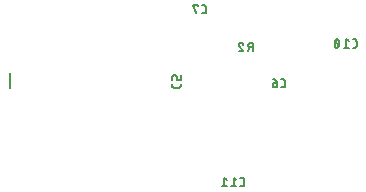
<source format=gbr>
G04 EAGLE Gerber X2 export*
%TF.Part,Single*%
%TF.FileFunction,Legend,Bot,1*%
%TF.FilePolarity,Positive*%
%TF.GenerationSoftware,Autodesk,EAGLE,8.6.0*%
%TF.CreationDate,2018-05-14T08:47:16Z*%
G75*
%MOMM*%
%FSLAX34Y34*%
%LPD*%
%AMOC8*
5,1,8,0,0,1.08239X$1,22.5*%
G01*
%ADD10C,0.177800*%
%ADD11C,0.203200*%


D10*
X175514Y517896D02*
X175514Y516316D01*
X175516Y516238D01*
X175522Y516161D01*
X175531Y516084D01*
X175544Y516008D01*
X175561Y515932D01*
X175582Y515857D01*
X175606Y515784D01*
X175634Y515711D01*
X175666Y515640D01*
X175701Y515571D01*
X175739Y515504D01*
X175780Y515438D01*
X175825Y515375D01*
X175873Y515314D01*
X175923Y515255D01*
X175977Y515199D01*
X176033Y515145D01*
X176092Y515095D01*
X176153Y515047D01*
X176216Y515002D01*
X176282Y514961D01*
X176349Y514923D01*
X176418Y514888D01*
X176489Y514856D01*
X176562Y514828D01*
X176635Y514804D01*
X176710Y514783D01*
X176786Y514766D01*
X176862Y514753D01*
X176939Y514744D01*
X177016Y514738D01*
X177094Y514736D01*
X177094Y514735D02*
X181046Y514735D01*
X181046Y514736D02*
X181124Y514738D01*
X181201Y514744D01*
X181278Y514753D01*
X181354Y514766D01*
X181430Y514783D01*
X181505Y514804D01*
X181578Y514828D01*
X181651Y514856D01*
X181722Y514888D01*
X181791Y514923D01*
X181858Y514961D01*
X181924Y515002D01*
X181987Y515047D01*
X182048Y515095D01*
X182107Y515145D01*
X182163Y515199D01*
X182217Y515255D01*
X182267Y515314D01*
X182315Y515375D01*
X182360Y515438D01*
X182401Y515504D01*
X182439Y515571D01*
X182474Y515640D01*
X182506Y515711D01*
X182534Y515784D01*
X182558Y515857D01*
X182579Y515932D01*
X182596Y516008D01*
X182609Y516084D01*
X182618Y516161D01*
X182624Y516238D01*
X182626Y516316D01*
X182626Y517896D01*
X175514Y521444D02*
X175514Y523814D01*
X175516Y523892D01*
X175522Y523969D01*
X175531Y524046D01*
X175544Y524122D01*
X175561Y524198D01*
X175582Y524273D01*
X175606Y524346D01*
X175634Y524419D01*
X175666Y524490D01*
X175701Y524559D01*
X175739Y524626D01*
X175780Y524692D01*
X175825Y524755D01*
X175873Y524816D01*
X175923Y524875D01*
X175977Y524931D01*
X176033Y524985D01*
X176092Y525035D01*
X176153Y525083D01*
X176216Y525128D01*
X176282Y525169D01*
X176349Y525207D01*
X176418Y525242D01*
X176489Y525274D01*
X176562Y525302D01*
X176635Y525326D01*
X176710Y525347D01*
X176786Y525364D01*
X176862Y525377D01*
X176939Y525386D01*
X177016Y525392D01*
X177094Y525394D01*
X177094Y525395D02*
X177885Y525395D01*
X177885Y525394D02*
X177963Y525392D01*
X178040Y525386D01*
X178117Y525377D01*
X178193Y525364D01*
X178269Y525347D01*
X178344Y525326D01*
X178417Y525302D01*
X178490Y525274D01*
X178561Y525242D01*
X178630Y525207D01*
X178697Y525169D01*
X178763Y525128D01*
X178826Y525083D01*
X178887Y525035D01*
X178946Y524985D01*
X179002Y524931D01*
X179056Y524875D01*
X179106Y524816D01*
X179154Y524755D01*
X179199Y524692D01*
X179240Y524626D01*
X179278Y524559D01*
X179313Y524490D01*
X179345Y524419D01*
X179373Y524346D01*
X179397Y524273D01*
X179418Y524198D01*
X179435Y524122D01*
X179448Y524046D01*
X179457Y523969D01*
X179463Y523892D01*
X179465Y523814D01*
X179465Y521444D01*
X182626Y521444D01*
X182626Y525395D01*
X267916Y514858D02*
X269497Y514858D01*
X269575Y514860D01*
X269652Y514866D01*
X269729Y514875D01*
X269805Y514888D01*
X269881Y514905D01*
X269956Y514926D01*
X270029Y514950D01*
X270102Y514978D01*
X270173Y515010D01*
X270242Y515045D01*
X270309Y515083D01*
X270375Y515124D01*
X270438Y515169D01*
X270499Y515217D01*
X270558Y515267D01*
X270614Y515321D01*
X270668Y515377D01*
X270718Y515436D01*
X270766Y515497D01*
X270811Y515560D01*
X270852Y515626D01*
X270890Y515693D01*
X270925Y515762D01*
X270957Y515833D01*
X270985Y515906D01*
X271009Y515979D01*
X271030Y516054D01*
X271047Y516130D01*
X271060Y516206D01*
X271069Y516283D01*
X271075Y516360D01*
X271077Y516438D01*
X271077Y520390D01*
X271075Y520468D01*
X271069Y520545D01*
X271060Y520622D01*
X271047Y520698D01*
X271030Y520774D01*
X271009Y520849D01*
X270985Y520922D01*
X270957Y520995D01*
X270925Y521066D01*
X270890Y521135D01*
X270852Y521202D01*
X270811Y521268D01*
X270766Y521331D01*
X270718Y521392D01*
X270668Y521451D01*
X270614Y521507D01*
X270558Y521561D01*
X270499Y521611D01*
X270438Y521659D01*
X270375Y521704D01*
X270309Y521745D01*
X270242Y521783D01*
X270173Y521818D01*
X270102Y521850D01*
X270029Y521878D01*
X269956Y521902D01*
X269881Y521923D01*
X269805Y521940D01*
X269729Y521953D01*
X269652Y521962D01*
X269575Y521968D01*
X269497Y521970D01*
X267916Y521970D01*
X264369Y518809D02*
X261998Y518809D01*
X261920Y518807D01*
X261843Y518801D01*
X261766Y518792D01*
X261690Y518779D01*
X261614Y518762D01*
X261539Y518741D01*
X261466Y518717D01*
X261393Y518689D01*
X261322Y518657D01*
X261253Y518622D01*
X261186Y518584D01*
X261120Y518543D01*
X261057Y518498D01*
X260996Y518450D01*
X260937Y518400D01*
X260881Y518346D01*
X260827Y518290D01*
X260777Y518231D01*
X260729Y518170D01*
X260684Y518107D01*
X260643Y518041D01*
X260605Y517974D01*
X260570Y517905D01*
X260538Y517834D01*
X260510Y517761D01*
X260486Y517688D01*
X260465Y517613D01*
X260448Y517537D01*
X260435Y517461D01*
X260426Y517384D01*
X260420Y517307D01*
X260418Y517229D01*
X260418Y516834D01*
X260417Y516834D02*
X260419Y516747D01*
X260425Y516659D01*
X260434Y516572D01*
X260448Y516486D01*
X260465Y516400D01*
X260486Y516316D01*
X260511Y516232D01*
X260540Y516149D01*
X260572Y516068D01*
X260607Y515988D01*
X260646Y515910D01*
X260689Y515833D01*
X260735Y515759D01*
X260784Y515687D01*
X260836Y515617D01*
X260892Y515549D01*
X260950Y515484D01*
X261011Y515421D01*
X261075Y515362D01*
X261142Y515305D01*
X261210Y515251D01*
X261282Y515200D01*
X261355Y515153D01*
X261430Y515108D01*
X261508Y515067D01*
X261587Y515030D01*
X261667Y514996D01*
X261749Y514966D01*
X261832Y514939D01*
X261917Y514916D01*
X262002Y514897D01*
X262088Y514882D01*
X262175Y514870D01*
X262262Y514862D01*
X262349Y514858D01*
X262437Y514858D01*
X262524Y514862D01*
X262611Y514870D01*
X262698Y514882D01*
X262784Y514897D01*
X262869Y514916D01*
X262954Y514939D01*
X263037Y514966D01*
X263119Y514996D01*
X263199Y515030D01*
X263278Y515067D01*
X263356Y515108D01*
X263431Y515153D01*
X263504Y515200D01*
X263576Y515251D01*
X263644Y515305D01*
X263711Y515362D01*
X263775Y515421D01*
X263836Y515484D01*
X263894Y515549D01*
X263950Y515617D01*
X264002Y515687D01*
X264051Y515759D01*
X264097Y515833D01*
X264140Y515910D01*
X264179Y515988D01*
X264214Y516068D01*
X264246Y516149D01*
X264275Y516232D01*
X264300Y516316D01*
X264321Y516400D01*
X264338Y516486D01*
X264352Y516572D01*
X264361Y516659D01*
X264367Y516747D01*
X264369Y516834D01*
X264369Y518809D01*
X264367Y518919D01*
X264361Y519030D01*
X264352Y519139D01*
X264338Y519249D01*
X264321Y519358D01*
X264300Y519466D01*
X264275Y519574D01*
X264247Y519680D01*
X264214Y519786D01*
X264178Y519890D01*
X264139Y519993D01*
X264096Y520095D01*
X264049Y520195D01*
X263999Y520293D01*
X263946Y520390D01*
X263889Y520484D01*
X263829Y520577D01*
X263765Y520667D01*
X263699Y520755D01*
X263629Y520841D01*
X263557Y520924D01*
X263482Y521005D01*
X263404Y521083D01*
X263323Y521158D01*
X263240Y521230D01*
X263154Y521300D01*
X263066Y521366D01*
X262976Y521430D01*
X262883Y521490D01*
X262789Y521547D01*
X262692Y521600D01*
X262594Y521650D01*
X262494Y521697D01*
X262392Y521740D01*
X262289Y521779D01*
X262185Y521815D01*
X262079Y521848D01*
X261973Y521876D01*
X261865Y521901D01*
X261757Y521922D01*
X261648Y521939D01*
X261538Y521953D01*
X261429Y521962D01*
X261318Y521968D01*
X261208Y521970D01*
X202504Y577469D02*
X200924Y577469D01*
X202504Y577469D02*
X202582Y577471D01*
X202659Y577477D01*
X202736Y577486D01*
X202812Y577499D01*
X202888Y577516D01*
X202963Y577537D01*
X203036Y577561D01*
X203109Y577589D01*
X203180Y577621D01*
X203249Y577656D01*
X203316Y577694D01*
X203382Y577735D01*
X203445Y577780D01*
X203506Y577828D01*
X203565Y577878D01*
X203621Y577932D01*
X203675Y577988D01*
X203725Y578047D01*
X203773Y578108D01*
X203818Y578171D01*
X203859Y578237D01*
X203897Y578304D01*
X203932Y578373D01*
X203964Y578444D01*
X203992Y578517D01*
X204016Y578590D01*
X204037Y578665D01*
X204054Y578741D01*
X204067Y578817D01*
X204076Y578894D01*
X204082Y578971D01*
X204084Y579049D01*
X204085Y579049D02*
X204085Y583001D01*
X204084Y583001D02*
X204082Y583079D01*
X204076Y583156D01*
X204067Y583233D01*
X204054Y583309D01*
X204037Y583385D01*
X204016Y583460D01*
X203992Y583533D01*
X203964Y583606D01*
X203932Y583677D01*
X203897Y583746D01*
X203859Y583813D01*
X203818Y583879D01*
X203773Y583942D01*
X203725Y584003D01*
X203675Y584062D01*
X203621Y584118D01*
X203565Y584172D01*
X203506Y584222D01*
X203445Y584270D01*
X203382Y584315D01*
X203316Y584356D01*
X203249Y584394D01*
X203180Y584429D01*
X203109Y584461D01*
X203036Y584489D01*
X202963Y584513D01*
X202888Y584534D01*
X202812Y584551D01*
X202736Y584564D01*
X202659Y584573D01*
X202582Y584579D01*
X202504Y584581D01*
X200924Y584581D01*
X197376Y584581D02*
X197376Y583791D01*
X197376Y584581D02*
X193425Y584581D01*
X195401Y577469D01*
X243738Y552768D02*
X243738Y545656D01*
X243738Y552768D02*
X241763Y552768D01*
X241676Y552766D01*
X241588Y552760D01*
X241501Y552751D01*
X241415Y552737D01*
X241329Y552720D01*
X241245Y552699D01*
X241161Y552674D01*
X241078Y552645D01*
X240997Y552613D01*
X240917Y552578D01*
X240839Y552539D01*
X240762Y552496D01*
X240688Y552450D01*
X240616Y552401D01*
X240546Y552349D01*
X240478Y552293D01*
X240413Y552235D01*
X240350Y552174D01*
X240291Y552110D01*
X240234Y552043D01*
X240180Y551975D01*
X240129Y551903D01*
X240082Y551830D01*
X240037Y551755D01*
X239996Y551677D01*
X239959Y551598D01*
X239925Y551518D01*
X239895Y551436D01*
X239868Y551353D01*
X239845Y551268D01*
X239826Y551183D01*
X239811Y551097D01*
X239799Y551010D01*
X239791Y550923D01*
X239787Y550836D01*
X239787Y550748D01*
X239791Y550661D01*
X239799Y550574D01*
X239811Y550487D01*
X239826Y550401D01*
X239845Y550316D01*
X239868Y550231D01*
X239895Y550148D01*
X239925Y550066D01*
X239959Y549986D01*
X239996Y549907D01*
X240037Y549829D01*
X240082Y549754D01*
X240129Y549681D01*
X240180Y549609D01*
X240234Y549541D01*
X240291Y549474D01*
X240350Y549410D01*
X240413Y549349D01*
X240478Y549291D01*
X240546Y549235D01*
X240616Y549183D01*
X240688Y549134D01*
X240762Y549088D01*
X240839Y549045D01*
X240917Y549006D01*
X240997Y548971D01*
X241078Y548939D01*
X241161Y548910D01*
X241245Y548885D01*
X241329Y548864D01*
X241415Y548847D01*
X241501Y548833D01*
X241588Y548824D01*
X241676Y548818D01*
X241763Y548816D01*
X243738Y548816D01*
X241368Y548816D02*
X239787Y545656D01*
X233655Y552768D02*
X233573Y552766D01*
X233491Y552760D01*
X233409Y552751D01*
X233328Y552738D01*
X233248Y552721D01*
X233168Y552700D01*
X233090Y552676D01*
X233013Y552648D01*
X232937Y552617D01*
X232862Y552582D01*
X232790Y552543D01*
X232719Y552502D01*
X232650Y552457D01*
X232584Y552409D01*
X232519Y552358D01*
X232457Y552304D01*
X232398Y552247D01*
X232341Y552188D01*
X232287Y552126D01*
X232236Y552061D01*
X232188Y551995D01*
X232143Y551926D01*
X232102Y551855D01*
X232063Y551783D01*
X232028Y551708D01*
X231997Y551632D01*
X231969Y551555D01*
X231945Y551477D01*
X231924Y551397D01*
X231907Y551317D01*
X231894Y551236D01*
X231885Y551154D01*
X231879Y551072D01*
X231877Y550990D01*
X233655Y552767D02*
X233748Y552765D01*
X233840Y552759D01*
X233932Y552750D01*
X234024Y552737D01*
X234115Y552720D01*
X234205Y552700D01*
X234295Y552676D01*
X234383Y552648D01*
X234471Y552616D01*
X234556Y552582D01*
X234641Y552543D01*
X234723Y552502D01*
X234804Y552457D01*
X234884Y552408D01*
X234961Y552357D01*
X235036Y552303D01*
X235108Y552245D01*
X235179Y552185D01*
X235246Y552121D01*
X235311Y552056D01*
X235374Y551987D01*
X235433Y551916D01*
X235490Y551843D01*
X235544Y551767D01*
X235594Y551690D01*
X235642Y551610D01*
X235686Y551528D01*
X235726Y551445D01*
X235764Y551360D01*
X235798Y551274D01*
X235828Y551187D01*
X232469Y549607D02*
X232408Y549668D01*
X232350Y549731D01*
X232295Y549797D01*
X232242Y549865D01*
X232193Y549936D01*
X232148Y550008D01*
X232105Y550083D01*
X232066Y550159D01*
X232030Y550238D01*
X231998Y550317D01*
X231970Y550398D01*
X231945Y550481D01*
X231924Y550564D01*
X231907Y550648D01*
X231893Y550733D01*
X231884Y550818D01*
X231878Y550904D01*
X231876Y550990D01*
X232469Y549607D02*
X235828Y545656D01*
X231877Y545656D01*
X328432Y548577D02*
X330012Y548577D01*
X330090Y548579D01*
X330167Y548585D01*
X330244Y548594D01*
X330320Y548607D01*
X330396Y548624D01*
X330471Y548645D01*
X330544Y548669D01*
X330617Y548697D01*
X330688Y548729D01*
X330757Y548764D01*
X330824Y548802D01*
X330890Y548843D01*
X330953Y548888D01*
X331014Y548936D01*
X331073Y548986D01*
X331129Y549040D01*
X331183Y549096D01*
X331233Y549155D01*
X331281Y549216D01*
X331326Y549279D01*
X331367Y549345D01*
X331405Y549412D01*
X331440Y549481D01*
X331472Y549552D01*
X331500Y549625D01*
X331524Y549698D01*
X331545Y549773D01*
X331562Y549849D01*
X331575Y549925D01*
X331584Y550002D01*
X331590Y550079D01*
X331592Y550157D01*
X331593Y550157D02*
X331593Y554108D01*
X331592Y554108D02*
X331590Y554186D01*
X331584Y554263D01*
X331575Y554340D01*
X331562Y554416D01*
X331545Y554492D01*
X331524Y554567D01*
X331500Y554640D01*
X331472Y554713D01*
X331440Y554784D01*
X331405Y554853D01*
X331367Y554920D01*
X331326Y554986D01*
X331281Y555049D01*
X331233Y555110D01*
X331183Y555169D01*
X331129Y555225D01*
X331073Y555279D01*
X331014Y555329D01*
X330953Y555377D01*
X330890Y555422D01*
X330824Y555463D01*
X330757Y555501D01*
X330688Y555536D01*
X330617Y555568D01*
X330544Y555596D01*
X330471Y555620D01*
X330396Y555641D01*
X330320Y555658D01*
X330244Y555671D01*
X330167Y555680D01*
X330090Y555686D01*
X330012Y555688D01*
X330012Y555689D02*
X328432Y555689D01*
X324884Y554108D02*
X322909Y555689D01*
X322909Y548577D01*
X324884Y548577D02*
X320933Y548577D01*
X316884Y552133D02*
X316882Y552281D01*
X316877Y552428D01*
X316867Y552576D01*
X316854Y552723D01*
X316838Y552870D01*
X316817Y553016D01*
X316793Y553162D01*
X316765Y553307D01*
X316734Y553451D01*
X316699Y553594D01*
X316660Y553737D01*
X316618Y553878D01*
X316572Y554019D01*
X316523Y554158D01*
X316470Y554296D01*
X316414Y554433D01*
X316354Y554568D01*
X316291Y554701D01*
X316265Y554772D01*
X316235Y554841D01*
X316201Y554909D01*
X316164Y554975D01*
X316124Y555039D01*
X316080Y555101D01*
X316034Y555160D01*
X315984Y555217D01*
X315931Y555271D01*
X315876Y555323D01*
X315818Y555371D01*
X315758Y555417D01*
X315695Y555459D01*
X315630Y555498D01*
X315564Y555534D01*
X315495Y555566D01*
X315426Y555594D01*
X315354Y555619D01*
X315282Y555640D01*
X315208Y555658D01*
X315134Y555671D01*
X315059Y555681D01*
X314984Y555687D01*
X314908Y555689D01*
X314832Y555687D01*
X314757Y555681D01*
X314682Y555671D01*
X314608Y555658D01*
X314534Y555640D01*
X314462Y555619D01*
X314391Y555594D01*
X314321Y555566D01*
X314252Y555534D01*
X314186Y555498D01*
X314121Y555459D01*
X314058Y555417D01*
X313998Y555371D01*
X313940Y555323D01*
X313885Y555271D01*
X313832Y555217D01*
X313782Y555160D01*
X313736Y555101D01*
X313692Y555039D01*
X313652Y554975D01*
X313615Y554909D01*
X313581Y554841D01*
X313551Y554772D01*
X313525Y554701D01*
X313462Y554568D01*
X313402Y554433D01*
X313346Y554296D01*
X313293Y554158D01*
X313244Y554019D01*
X313198Y553878D01*
X313156Y553737D01*
X313117Y553594D01*
X313082Y553451D01*
X313051Y553307D01*
X313023Y553162D01*
X312999Y553016D01*
X312978Y552870D01*
X312962Y552723D01*
X312949Y552576D01*
X312939Y552428D01*
X312934Y552281D01*
X312932Y552133D01*
X316883Y552133D02*
X316881Y551985D01*
X316876Y551838D01*
X316866Y551690D01*
X316853Y551543D01*
X316837Y551396D01*
X316816Y551250D01*
X316792Y551105D01*
X316764Y550959D01*
X316733Y550815D01*
X316698Y550672D01*
X316659Y550529D01*
X316617Y550388D01*
X316571Y550247D01*
X316522Y550108D01*
X316469Y549970D01*
X316413Y549833D01*
X316353Y549698D01*
X316290Y549565D01*
X316291Y549564D02*
X316265Y549493D01*
X316235Y549424D01*
X316201Y549356D01*
X316164Y549290D01*
X316124Y549226D01*
X316080Y549164D01*
X316034Y549105D01*
X315984Y549048D01*
X315931Y548994D01*
X315876Y548942D01*
X315818Y548894D01*
X315758Y548848D01*
X315695Y548806D01*
X315630Y548767D01*
X315564Y548731D01*
X315495Y548699D01*
X315425Y548671D01*
X315354Y548646D01*
X315282Y548625D01*
X315208Y548607D01*
X315134Y548594D01*
X315059Y548584D01*
X314984Y548578D01*
X314908Y548576D01*
X313525Y549565D02*
X313462Y549698D01*
X313402Y549833D01*
X313346Y549970D01*
X313293Y550108D01*
X313244Y550247D01*
X313198Y550388D01*
X313156Y550529D01*
X313117Y550672D01*
X313082Y550815D01*
X313051Y550959D01*
X313023Y551105D01*
X312999Y551250D01*
X312978Y551396D01*
X312962Y551543D01*
X312949Y551690D01*
X312939Y551838D01*
X312934Y551985D01*
X312932Y552133D01*
X313525Y549564D02*
X313551Y549493D01*
X313581Y549424D01*
X313615Y549356D01*
X313652Y549290D01*
X313692Y549226D01*
X313736Y549164D01*
X313782Y549105D01*
X313832Y549048D01*
X313885Y548994D01*
X313940Y548942D01*
X313998Y548894D01*
X314058Y548848D01*
X314121Y548806D01*
X314186Y548767D01*
X314252Y548731D01*
X314321Y548699D01*
X314391Y548671D01*
X314462Y548646D01*
X314534Y548625D01*
X314608Y548607D01*
X314682Y548594D01*
X314757Y548584D01*
X314832Y548578D01*
X314908Y548576D01*
X316488Y550157D02*
X313328Y554108D01*
X234762Y431102D02*
X233182Y431102D01*
X234762Y431102D02*
X234840Y431104D01*
X234917Y431110D01*
X234994Y431119D01*
X235070Y431132D01*
X235146Y431149D01*
X235221Y431170D01*
X235294Y431194D01*
X235367Y431222D01*
X235438Y431254D01*
X235507Y431289D01*
X235574Y431327D01*
X235640Y431368D01*
X235703Y431413D01*
X235764Y431461D01*
X235823Y431511D01*
X235879Y431565D01*
X235933Y431621D01*
X235983Y431680D01*
X236031Y431741D01*
X236076Y431804D01*
X236117Y431870D01*
X236155Y431937D01*
X236190Y432006D01*
X236222Y432077D01*
X236250Y432150D01*
X236274Y432223D01*
X236295Y432298D01*
X236312Y432374D01*
X236325Y432450D01*
X236334Y432527D01*
X236340Y432604D01*
X236342Y432682D01*
X236343Y432682D02*
X236343Y436633D01*
X236342Y436633D02*
X236340Y436711D01*
X236334Y436788D01*
X236325Y436865D01*
X236312Y436941D01*
X236295Y437017D01*
X236274Y437092D01*
X236250Y437165D01*
X236222Y437238D01*
X236190Y437309D01*
X236155Y437378D01*
X236117Y437445D01*
X236076Y437511D01*
X236031Y437574D01*
X235983Y437635D01*
X235933Y437694D01*
X235879Y437750D01*
X235823Y437804D01*
X235764Y437854D01*
X235703Y437902D01*
X235640Y437947D01*
X235574Y437988D01*
X235507Y438026D01*
X235438Y438061D01*
X235367Y438093D01*
X235294Y438121D01*
X235221Y438145D01*
X235146Y438166D01*
X235070Y438183D01*
X234994Y438196D01*
X234917Y438205D01*
X234840Y438211D01*
X234762Y438213D01*
X234762Y438214D02*
X233182Y438214D01*
X229634Y436633D02*
X227659Y438214D01*
X227659Y431102D01*
X229634Y431102D02*
X225683Y431102D01*
X221634Y436633D02*
X219658Y438214D01*
X219658Y431102D01*
X221634Y431102D02*
X217682Y431102D01*
D11*
X38100Y514350D02*
X38100Y527050D01*
M02*

</source>
